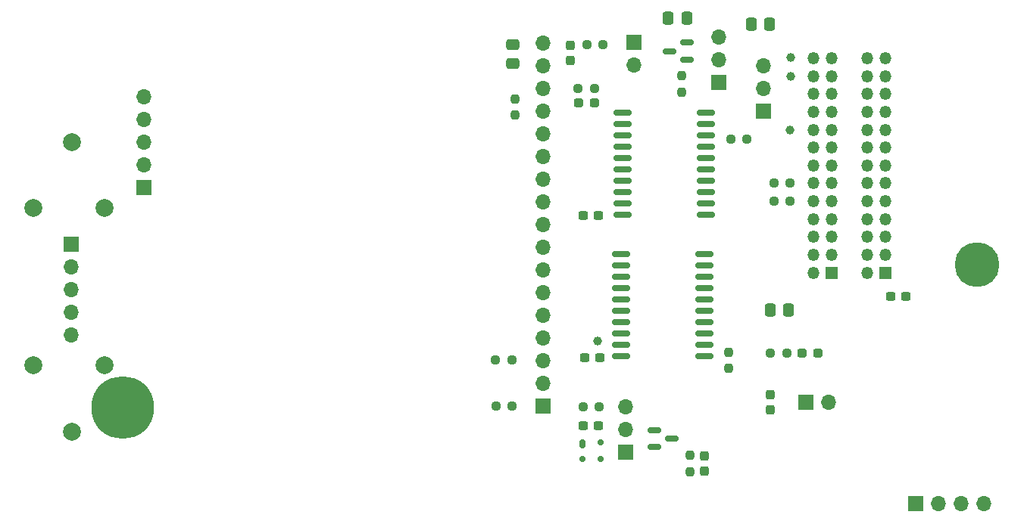
<source format=gbr>
%TF.GenerationSoftware,KiCad,Pcbnew,8.0.8+dfsg-1*%
%TF.CreationDate,2025-02-21T17:29:10+00:00*%
%TF.ProjectId,a4_to_adf10_econet,61345f74-6f5f-4616-9466-31305f65636f,rev?*%
%TF.SameCoordinates,Original*%
%TF.FileFunction,Soldermask,Top*%
%TF.FilePolarity,Negative*%
%FSLAX46Y46*%
G04 Gerber Fmt 4.6, Leading zero omitted, Abs format (unit mm)*
G04 Created by KiCad (PCBNEW 8.0.8+dfsg-1) date 2025-02-21 17:29:10*
%MOMM*%
%LPD*%
G01*
G04 APERTURE LIST*
G04 Aperture macros list*
%AMRoundRect*
0 Rectangle with rounded corners*
0 $1 Rounding radius*
0 $2 $3 $4 $5 $6 $7 $8 $9 X,Y pos of 4 corners*
0 Add a 4 corners polygon primitive as box body*
4,1,4,$2,$3,$4,$5,$6,$7,$8,$9,$2,$3,0*
0 Add four circle primitives for the rounded corners*
1,1,$1+$1,$2,$3*
1,1,$1+$1,$4,$5*
1,1,$1+$1,$6,$7*
1,1,$1+$1,$8,$9*
0 Add four rect primitives between the rounded corners*
20,1,$1+$1,$2,$3,$4,$5,0*
20,1,$1+$1,$4,$5,$6,$7,0*
20,1,$1+$1,$6,$7,$8,$9,0*
20,1,$1+$1,$8,$9,$2,$3,0*%
G04 Aperture macros list end*
%ADD10RoundRect,0.237500X0.237500X-0.250000X0.237500X0.250000X-0.237500X0.250000X-0.237500X-0.250000X0*%
%ADD11RoundRect,0.150000X-0.587500X-0.150000X0.587500X-0.150000X0.587500X0.150000X-0.587500X0.150000X0*%
%ADD12RoundRect,0.237500X-0.237500X0.287500X-0.237500X-0.287500X0.237500X-0.287500X0.237500X0.287500X0*%
%ADD13RoundRect,0.237500X0.237500X-0.300000X0.237500X0.300000X-0.237500X0.300000X-0.237500X-0.300000X0*%
%ADD14RoundRect,0.250000X-0.475000X0.337500X-0.475000X-0.337500X0.475000X-0.337500X0.475000X0.337500X0*%
%ADD15RoundRect,0.237500X-0.300000X-0.237500X0.300000X-0.237500X0.300000X0.237500X-0.300000X0.237500X0*%
%ADD16RoundRect,0.250000X-0.337500X-0.475000X0.337500X-0.475000X0.337500X0.475000X-0.337500X0.475000X0*%
%ADD17O,1.700000X1.700000*%
%ADD18R,1.700000X1.700000*%
%ADD19RoundRect,0.250000X0.337500X0.475000X-0.337500X0.475000X-0.337500X-0.475000X0.337500X-0.475000X0*%
%ADD20RoundRect,0.150000X0.587500X0.150000X-0.587500X0.150000X-0.587500X-0.150000X0.587500X-0.150000X0*%
%ADD21RoundRect,0.237500X0.300000X0.237500X-0.300000X0.237500X-0.300000X-0.237500X0.300000X-0.237500X0*%
%ADD22RoundRect,0.237500X-0.250000X-0.237500X0.250000X-0.237500X0.250000X0.237500X-0.250000X0.237500X0*%
%ADD23RoundRect,0.237500X0.287500X0.237500X-0.287500X0.237500X-0.287500X-0.237500X0.287500X-0.237500X0*%
%ADD24RoundRect,0.175000X-0.175000X-0.325000X0.175000X-0.325000X0.175000X0.325000X-0.175000X0.325000X0*%
%ADD25RoundRect,0.150000X-0.200000X-0.150000X0.200000X-0.150000X0.200000X0.150000X-0.200000X0.150000X0*%
%ADD26O,1.350000X1.350000*%
%ADD27R,1.350000X1.350000*%
%ADD28C,2.000000*%
%ADD29C,3.900000*%
%ADD30C,7.000000*%
%ADD31C,2.900000*%
%ADD32C,5.000000*%
%ADD33RoundRect,0.237500X-0.237500X0.250000X-0.237500X-0.250000X0.237500X-0.250000X0.237500X0.250000X0*%
%ADD34RoundRect,0.150000X0.875000X0.150000X-0.875000X0.150000X-0.875000X-0.150000X0.875000X-0.150000X0*%
%ADD35C,1.000000*%
%ADD36RoundRect,0.237500X0.250000X0.237500X-0.250000X0.237500X-0.250000X-0.237500X0.250000X-0.237500X0*%
%ADD37RoundRect,0.237500X-0.237500X0.300000X-0.237500X-0.300000X0.237500X-0.300000X0.237500X0.300000X0*%
G04 APERTURE END LIST*
D10*
%TO.C,R13*%
X76430000Y-72982500D03*
X76430000Y-71157500D03*
%TD*%
D11*
%TO.C,Q2*%
X72462500Y-68330000D03*
X72462500Y-70230000D03*
X74337500Y-69280000D03*
%TD*%
D12*
%TO.C,D3*%
X78030000Y-72950000D03*
X78030000Y-71200000D03*
%TD*%
D13*
%TO.C,C10*%
X85350000Y-66075000D03*
X85350000Y-64350000D03*
%TD*%
D14*
%TO.C,C9*%
X56600000Y-25212500D03*
X56600000Y-27287500D03*
%TD*%
D15*
%TO.C,C8*%
X98815000Y-53370000D03*
X100540000Y-53370000D03*
%TD*%
D16*
%TO.C,C7*%
X83235000Y-22910000D03*
X85310000Y-22910000D03*
%TD*%
D17*
%TO.C,J11*%
X79600000Y-24320000D03*
X79600000Y-26860000D03*
D18*
X79600000Y-29400000D03*
%TD*%
%TO.C,J10*%
X7200000Y-47560000D03*
D17*
X7200000Y-50100000D03*
X7200000Y-52640000D03*
X7200000Y-55180000D03*
X7200000Y-57720000D03*
%TD*%
D19*
%TO.C,C6*%
X87425000Y-54850000D03*
X85350000Y-54850000D03*
%TD*%
D20*
%TO.C,Q1*%
X74150000Y-25900000D03*
X76025000Y-24950000D03*
X76025000Y-26850000D03*
%TD*%
D18*
%TO.C,J9*%
X70150000Y-24875000D03*
D17*
X70150000Y-27415000D03*
%TD*%
%TO.C,J8*%
X91905000Y-65180000D03*
D18*
X89365000Y-65180000D03*
%TD*%
D21*
%TO.C,C5*%
X66362500Y-60200000D03*
X64637500Y-60200000D03*
%TD*%
D22*
%TO.C,R11*%
X64437500Y-65700000D03*
X66262500Y-65700000D03*
%TD*%
D23*
%TO.C,D2*%
X65700000Y-31700000D03*
X63950000Y-31700000D03*
%TD*%
D24*
%TO.C,U4*%
X64400000Y-69900000D03*
D25*
X64400000Y-71600000D03*
X66400000Y-71600000D03*
X66400000Y-69700000D03*
%TD*%
D22*
%TO.C,R1*%
X54700000Y-65600000D03*
X56525000Y-65600000D03*
%TD*%
D26*
%TO.C,J2*%
X90200000Y-26700000D03*
X92200000Y-26700000D03*
X90200000Y-28700000D03*
X92200000Y-28700000D03*
X90200000Y-30700000D03*
X92200000Y-30700000D03*
X90200000Y-32700000D03*
X92200000Y-32700000D03*
X90200000Y-34700000D03*
X92200000Y-34700000D03*
X90200000Y-36700000D03*
X92200000Y-36700000D03*
X90200000Y-38700000D03*
X92200000Y-38700000D03*
X90200000Y-40700000D03*
X92200000Y-40700000D03*
X90200000Y-42700000D03*
X92200000Y-42700000D03*
X90200000Y-44700000D03*
X92200000Y-44700000D03*
X90200000Y-46700000D03*
X92200000Y-46700000D03*
X90200000Y-48700000D03*
X92200000Y-48700000D03*
X90200000Y-50700000D03*
D27*
X92200000Y-50700000D03*
%TD*%
D23*
%TO.C,D1*%
X90696250Y-59700000D03*
X88946250Y-59700000D03*
%TD*%
D28*
%TO.C,MH5*%
X11000000Y-61100000D03*
%TD*%
D29*
%TO.C,H2*%
X13000000Y-65800000D03*
D30*
X13000000Y-65800000D03*
%TD*%
D18*
%TO.C,J6*%
X69250000Y-70830000D03*
D17*
X69250000Y-68290000D03*
X69250000Y-65750000D03*
%TD*%
D18*
%TO.C,J7*%
X101620000Y-76600000D03*
D17*
X104160000Y-76600000D03*
X106700000Y-76600000D03*
X109240000Y-76600000D03*
%TD*%
D10*
%TO.C,R12*%
X80700000Y-61412500D03*
X80700000Y-59587500D03*
%TD*%
D31*
%TO.C,H1*%
X108500000Y-49800000D03*
D32*
X108500000Y-49800000D03*
%TD*%
D33*
%TO.C,R10*%
X56810000Y-31225000D03*
X56810000Y-33050000D03*
%TD*%
D34*
%TO.C,U2*%
X78150000Y-44215000D03*
X78150000Y-42945000D03*
X78150000Y-41675000D03*
X78150000Y-40405000D03*
X78150000Y-39135000D03*
X78150000Y-37865000D03*
X78150000Y-36595000D03*
X78150000Y-35325000D03*
X78150000Y-34055000D03*
X78150000Y-32785000D03*
X68850000Y-32785000D03*
X68850000Y-34055000D03*
X68850000Y-35325000D03*
X68850000Y-36595000D03*
X68850000Y-37865000D03*
X68850000Y-39135000D03*
X68850000Y-40405000D03*
X68850000Y-41675000D03*
X68850000Y-42945000D03*
X68850000Y-44215000D03*
%TD*%
D21*
%TO.C,C4*%
X66162500Y-67850000D03*
X64437500Y-67850000D03*
%TD*%
D27*
%TO.C,J1*%
X98250000Y-50700000D03*
D26*
X96250000Y-50700000D03*
X98250000Y-48700000D03*
X96250000Y-48700000D03*
X98250000Y-46700000D03*
X96250000Y-46700000D03*
X98250000Y-44700000D03*
X96250000Y-44700000D03*
X98250000Y-42700000D03*
X96250000Y-42700000D03*
X98250000Y-40700000D03*
X96250000Y-40700000D03*
X98250000Y-38700000D03*
X96250000Y-38700000D03*
X98250000Y-36700000D03*
X96250000Y-36700000D03*
X98250000Y-34700000D03*
X96250000Y-34700000D03*
X98250000Y-32700000D03*
X96250000Y-32700000D03*
X98250000Y-30700000D03*
X96250000Y-30700000D03*
X98250000Y-28700000D03*
X96250000Y-28700000D03*
X98250000Y-26700000D03*
X96250000Y-26700000D03*
%TD*%
D22*
%TO.C,R6*%
X63912500Y-30100000D03*
X65737500Y-30100000D03*
%TD*%
D28*
%TO.C,MH2*%
X3000000Y-43500000D03*
%TD*%
D10*
%TO.C,R4*%
X75450000Y-30462500D03*
X75450000Y-28637500D03*
%TD*%
D35*
%TO.C,TP1*%
X87700000Y-28700000D03*
%TD*%
D28*
%TO.C,MH4*%
X3000000Y-61100000D03*
%TD*%
%TO.C,MH3*%
X11000000Y-43500000D03*
%TD*%
D36*
%TO.C,R8*%
X87612500Y-40700000D03*
X85787500Y-40700000D03*
%TD*%
D34*
%TO.C,U1*%
X68700000Y-60090000D03*
X68700000Y-58820000D03*
X68700000Y-57550000D03*
X68700000Y-56280000D03*
X68700000Y-55010000D03*
X68700000Y-53740000D03*
X68700000Y-52470000D03*
X68700000Y-51200000D03*
X68700000Y-49930000D03*
X68700000Y-48660000D03*
X78000000Y-48660000D03*
X78000000Y-49930000D03*
X78000000Y-51200000D03*
X78000000Y-52470000D03*
X78000000Y-53740000D03*
X78000000Y-55010000D03*
X78000000Y-56280000D03*
X78000000Y-57550000D03*
X78000000Y-58820000D03*
X78000000Y-60090000D03*
%TD*%
D16*
%TO.C,C2*%
X73987500Y-22240000D03*
X76062500Y-22240000D03*
%TD*%
D17*
%TO.C,J4*%
X59980000Y-24990000D03*
X59980000Y-27530000D03*
X59980000Y-30070000D03*
X59980000Y-32610000D03*
X59980000Y-35150000D03*
X59980000Y-37690000D03*
X59980000Y-40230000D03*
X59980000Y-42770000D03*
X59980000Y-45310000D03*
X59980000Y-47850000D03*
X59980000Y-50390000D03*
X59980000Y-52930000D03*
X59980000Y-55470000D03*
X59980000Y-58010000D03*
X59980000Y-60550000D03*
X59980000Y-63090000D03*
D18*
X59980000Y-65630000D03*
%TD*%
D28*
%TO.C,MH1*%
X7300000Y-36100000D03*
%TD*%
D36*
%TO.C,R9*%
X82762500Y-35750000D03*
X80937500Y-35750000D03*
%TD*%
%TO.C,R7*%
X87612500Y-42700000D03*
X85787500Y-42700000D03*
%TD*%
%TO.C,R3*%
X66687500Y-25170000D03*
X64862500Y-25170000D03*
%TD*%
D22*
%TO.C,R2*%
X54675000Y-60500000D03*
X56500000Y-60500000D03*
%TD*%
D35*
%TO.C,TP4*%
X66060000Y-58320000D03*
%TD*%
D18*
%TO.C,J5*%
X84600000Y-32640000D03*
D17*
X84600000Y-30100000D03*
X84600000Y-27560000D03*
%TD*%
D28*
%TO.C,MH6*%
X7300000Y-68500000D03*
%TD*%
D35*
%TO.C,TP3*%
X87600000Y-34700000D03*
%TD*%
D21*
%TO.C,C3*%
X66162500Y-44320000D03*
X64437500Y-44320000D03*
%TD*%
D37*
%TO.C,C1*%
X63000000Y-25237500D03*
X63000000Y-26962500D03*
%TD*%
D36*
%TO.C,R5*%
X87233750Y-59700000D03*
X85408750Y-59700000D03*
%TD*%
D18*
%TO.C,J3*%
X15400000Y-41200000D03*
D17*
X15400000Y-38660000D03*
X15400000Y-36120000D03*
X15400000Y-33580000D03*
X15400000Y-31040000D03*
%TD*%
D35*
%TO.C,TP2*%
X87650000Y-26650000D03*
%TD*%
M02*

</source>
